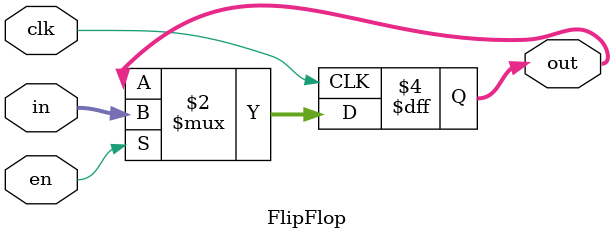
<source format=v>
`timescale 1ns / 1ps


module FlipFlop(
    input [31:0] in,
    input clk,
    input en,
    output reg [31:0] out
    );
  
    always @(posedge clk) begin
        if (en) out <= in;
    end

endmodule

</source>
